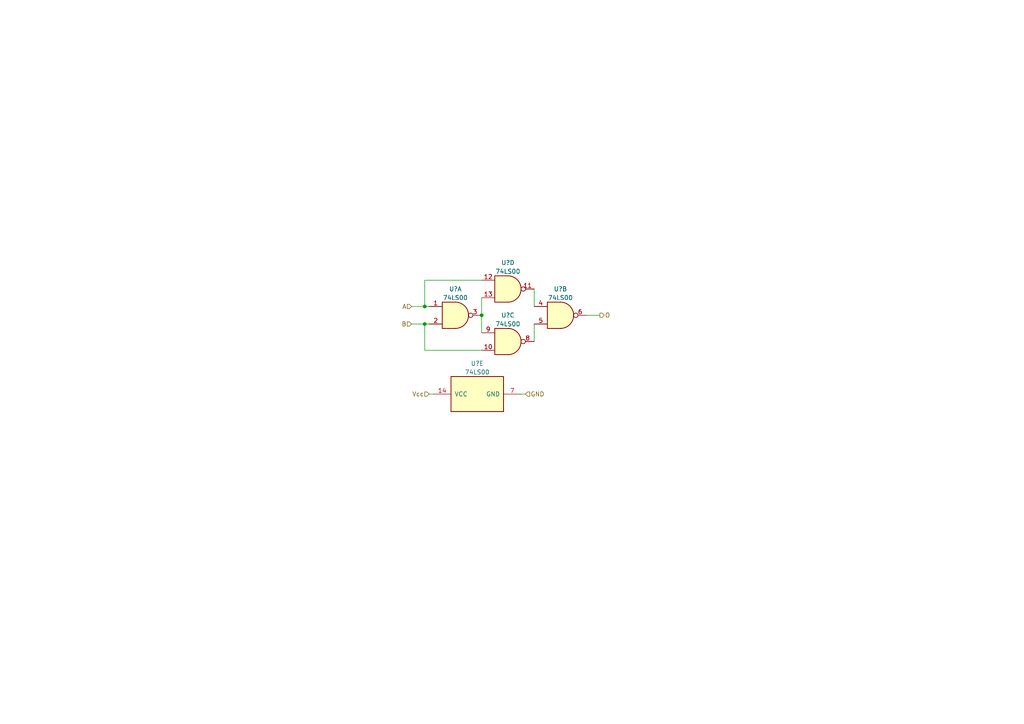
<source format=kicad_sch>
(kicad_sch (version 20230121) (generator eeschema)
  (paper "A4")
  (lib_symbols
    (symbol "74xx:74LS00" (pin_names (offset 1.016))
      (property "Reference" "U" (at 0 1.27 0))
      (property "Value" "74LS00" (at 0 -1.27 0))
      (symbol "74LS00_1_1"
        (arc (start 0 -3.81) (mid 3.7934 0) (end 0 3.81) (stroke (width 0.254)) (fill (type background)))
        (polyline (pts (xy 0 3.81) (xy -3.81 3.81) (xy -3.81 -3.81) (xy 0 -3.81)) (stroke (width 0.254)) (fill (type background)))
        (pin input line (at -7.62 2.54 0) (length 3.81) (name "~") (number "1"))
        (pin input line (at -7.62 -2.54 0) (length 3.81) (name "~") (number "2"))
        (pin output inverted (at 7.62 0 180) (length 3.81) (name "~") (number "3"))
      )
      (symbol "74LS00_1_2"
        (arc (start -3.81 -3.81) (mid -2.589 0) (end -3.81 3.81) (stroke (width 0.254)))
        (arc (start -0.6096 -3.81) (mid 2.1842 -2.5851) (end 3.81 0) (stroke (width 0.254)) (fill (type background)))
        (polyline (pts (xy -3.81 -3.81) (xy -0.635 -3.81)) (stroke (width 0.254)) (fill (type background)))
        (polyline (pts (xy -3.81 3.81) (xy -0.635 3.81)) (stroke (width 0.254)) (fill (type background)))
        (polyline (pts (xy -0.635 3.81) (xy -3.81 3.81) (xy -3.81 3.81) (xy -3.556 3.4036) (xy -3.0226 2.2606) (xy -2.6924 1.0414) (xy -2.6162 -0.254) (xy -2.7686 -1.4986) (xy -3.175 -2.7178) (xy -3.81 -3.81) (xy -3.81 -3.81) (xy -0.635 -3.81)) (stroke (width -25.4)) (fill (type background)))
        (arc (start 3.81 0) (mid 2.1915 2.5936) (end -0.6096 3.81) (stroke (width 0.254)) (fill (type background)))
        (pin input inverted (at -7.62 2.54 0) (length 4.318) (name "~") (number "1"))
        (pin input inverted (at -7.62 -2.54 0) (length 4.318) (name "~") (number "2"))
        (pin output line (at 7.62 0 180) (length 3.81) (name "~") (number "3"))
      )
      (symbol "74LS00_2_1"
        (arc (start 0 -3.81) (mid 3.7934 0) (end 0 3.81) (stroke (width 0.254)) (fill (type background)))
        (polyline (pts (xy 0 3.81) (xy -3.81 3.81) (xy -3.81 -3.81) (xy 0 -3.81)) (stroke (width 0.254)) (fill (type background)))
        (pin input line (at -7.62 2.54 0) (length 3.81) (name "~") (number "4"))
        (pin input line (at -7.62 -2.54 0) (length 3.81) (name "~") (number "5"))
        (pin output inverted (at 7.62 0 180) (length 3.81) (name "~") (number "6"))
      )
      (symbol "74LS00_2_2"
        (arc (start -3.81 -3.81) (mid -2.589 0) (end -3.81 3.81) (stroke (width 0.254)))
        (arc (start -0.6096 -3.81) (mid 2.1842 -2.5851) (end 3.81 0) (stroke (width 0.254)) (fill (type background)))
        (polyline (pts (xy -3.81 -3.81) (xy -0.635 -3.81)) (stroke (width 0.254)) (fill (type background)))
        (polyline (pts (xy -3.81 3.81) (xy -0.635 3.81)) (stroke (width 0.254)) (fill (type background)))
        (polyline (pts (xy -0.635 3.81) (xy -3.81 3.81) (xy -3.81 3.81) (xy -3.556 3.4036) (xy -3.0226 2.2606) (xy -2.6924 1.0414) (xy -2.6162 -0.254) (xy -2.7686 -1.4986) (xy -3.175 -2.7178) (xy -3.81 -3.81) (xy -3.81 -3.81) (xy -0.635 -3.81)) (stroke (width -25.4)) (fill (type background)))
        (arc (start 3.81 0) (mid 2.1915 2.5936) (end -0.6096 3.81) (stroke (width 0.254)) (fill (type background)))
        (pin input inverted (at -7.62 2.54 0) (length 4.318) (name "~") (number "4"))
        (pin input inverted (at -7.62 -2.54 0) (length 4.318) (name "~") (number "5"))
        (pin output line (at 7.62 0 180) (length 3.81) (name "~") (number "6"))
      )
      (symbol "74LS00_3_1"
        (arc (start 0 -3.81) (mid 3.7934 0) (end 0 3.81) (stroke (width 0.254)) (fill (type background)))
        (polyline (pts (xy 0 3.81) (xy -3.81 3.81) (xy -3.81 -3.81) (xy 0 -3.81)) (stroke (width 0.254)) (fill (type background)))
        (pin input line (at -7.62 -2.54 0) (length 3.81) (name "~") (number "10"))
        (pin output inverted (at 7.62 0 180) (length 3.81) (name "~") (number "8"))
        (pin input line (at -7.62 2.54 0) (length 3.81) (name "~") (number "9"))
      )
      (symbol "74LS00_3_2"
        (arc (start -3.81 -3.81) (mid -2.589 0) (end -3.81 3.81) (stroke (width 0.254)))
        (arc (start -0.6096 -3.81) (mid 2.1842 -2.5851) (end 3.81 0) (stroke (width 0.254)) (fill (type background)))
        (polyline (pts (xy -3.81 -3.81) (xy -0.635 -3.81)) (stroke (width 0.254)) (fill (type background)))
        (polyline (pts (xy -3.81 3.81) (xy -0.635 3.81)) (stroke (width 0.254)) (fill (type background)))
        (polyline (pts (xy -0.635 3.81) (xy -3.81 3.81) (xy -3.81 3.81) (xy -3.556 3.4036) (xy -3.0226 2.2606) (xy -2.6924 1.0414) (xy -2.6162 -0.254) (xy -2.7686 -1.4986) (xy -3.175 -2.7178) (xy -3.81 -3.81) (xy -3.81 -3.81) (xy -0.635 -3.81)) (stroke (width -25.4)) (fill (type background)))
        (arc (start 3.81 0) (mid 2.1915 2.5936) (end -0.6096 3.81) (stroke (width 0.254)) (fill (type background)))
        (pin input inverted (at -7.62 -2.54 0) (length 4.318) (name "~") (number "10"))
        (pin output line (at 7.62 0 180) (length 3.81) (name "~") (number "8"))
        (pin input inverted (at -7.62 2.54 0) (length 4.318) (name "~") (number "9"))
      )
      (symbol "74LS00_4_1"
        (arc (start 0 -3.81) (mid 3.7934 0) (end 0 3.81) (stroke (width 0.254)) (fill (type background)))
        (polyline (pts (xy 0 3.81) (xy -3.81 3.81) (xy -3.81 -3.81) (xy 0 -3.81)) (stroke (width 0.254)) (fill (type background)))
        (pin output inverted (at 7.62 0 180) (length 3.81) (name "~") (number "11"))
        (pin input line (at -7.62 2.54 0) (length 3.81) (name "~") (number "12"))
        (pin input line (at -7.62 -2.54 0) (length 3.81) (name "~") (number "13"))
      )
      (symbol "74LS00_4_2"
        (arc (start -3.81 -3.81) (mid -2.589 0) (end -3.81 3.81) (stroke (width 0.254)))
        (arc (start -0.6096 -3.81) (mid 2.1842 -2.5851) (end 3.81 0) (stroke (width 0.254)) (fill (type background)))
        (polyline (pts (xy -3.81 -3.81) (xy -0.635 -3.81)) (stroke (width 0.254)) (fill (type background)))
        (polyline (pts (xy -3.81 3.81) (xy -0.635 3.81)) (stroke (width 0.254)) (fill (type background)))
        (polyline (pts (xy -0.635 3.81) (xy -3.81 3.81) (xy -3.81 3.81) (xy -3.556 3.4036) (xy -3.0226 2.2606) (xy -2.6924 1.0414) (xy -2.6162 -0.254) (xy -2.7686 -1.4986) (xy -3.175 -2.7178) (xy -3.81 -3.81) (xy -3.81 -3.81) (xy -0.635 -3.81)) (stroke (width -25.4)) (fill (type background)))
        (arc (start 3.81 0) (mid 2.1915 2.5936) (end -0.6096 3.81) (stroke (width 0.254)) (fill (type background)))
        (pin output line (at 7.62 0 180) (length 3.81) (name "~") (number "11"))
        (pin input inverted (at -7.62 2.54 0) (length 4.318) (name "~") (number "12"))
        (pin input inverted (at -7.62 -2.54 0) (length 4.318) (name "~") (number "13"))
      )
      (symbol "74LS00_5_0"
        (pin power_in line (at 0 12.7 270) (length 5.08) (name "VCC") (number "14"))
        (pin power_in line (at 0 -12.7 90) (length 5.08) (name "GND") (number "7"))
      )
      (symbol "74LS00_5_1"
        (rectangle (start -5.08 7.62) (end 5.08 -7.62) (stroke (width 0.254)) (fill (type background)))
      )
    )
  )
  (junction (at 123.19 93.98))
  (junction (at 139.7 91.44))
  (junction (at 123.19 88.9))
  (wire (pts (xy 139.7 91.44) (xy 139.7 96.52)))
  (wire (pts (xy 123.19 88.9) (xy 124.46 88.9)))
  (wire (pts (xy 154.94 83.82) (xy 154.94 88.9)))
  (wire (pts (xy 123.19 93.98) (xy 123.19 101.6)))
  (wire (pts (xy 119.38 93.98) (xy 123.19 93.98)))
  (wire (pts (xy 119.38 88.9) (xy 123.19 88.9)))
  (wire (pts (xy 173.99 91.44) (xy 170.18 91.44)))
  (wire (pts (xy 152.4 114.3) (xy 151.13 114.3)))
  (wire (pts (xy 139.7 86.36) (xy 139.7 91.44)))
  (wire (pts (xy 123.19 93.98) (xy 124.46 93.98)))
  (wire (pts (xy 154.94 93.98) (xy 154.94 99.06)))
  (wire (pts (xy 124.46 114.3) (xy 125.73 114.3)))
  (wire (pts (xy 123.19 81.28) (xy 123.19 88.9)))
  (wire (pts (xy 139.7 101.6) (xy 123.19 101.6)))
  (wire (pts (xy 139.7 81.28) (xy 123.19 81.28)))
  (hierarchical_label "GND" (shape input) (at 152.4 114.3 0))
  (hierarchical_label "O" (shape output) (at 173.99 91.44 0))
  (hierarchical_label "B" (shape input) (at 119.38 93.98 180))
  (hierarchical_label "Vcc" (shape input) (at 124.46 114.3 180))
  (hierarchical_label "A" (shape input) (at 119.38 88.9 180))
  (symbol (lib_id "74xx:74LS00") (at 132.08 91.44 0) (unit 1)
    (property "Reference" "U?" (at 132.0717 83.82 0))
    (property "Value" "74LS00" (at 132.0717 86.36 0))
    (property "Footprint" "Package_DIP:DIP-14_W7.62mm_Socket_LongPads" (effects hide))
    (property "Datasheet" "http://www.ti.com/lit/gpn/sn74ls00" (effects hide))
    (instances (project "dragstar-infotainment" (path "" (reference "U?") (unit 1)) (path "" (reference "U2") (unit 1))))
  )
  (symbol (lib_id "74xx:74LS00") (at 138.43 114.3 90) (unit 5)
    (property "Reference" "U?" (at 138.43 105.41 90))
    (property "Value" "74LS00" (at 138.43 107.95 90))
    (property "Footprint" "Package_DIP:DIP-14_W7.62mm_Socket_LongPads" (effects hide))
    (property "Datasheet" "http://www.ti.com/lit/gpn/sn74ls00" (effects hide))
    (instances (project "dragstar-infotainment" (path "" (reference "U?") (unit 5)) (path "" (reference "U2") (unit 5))))
  )
  (symbol (lib_id "74xx:74LS00") (at 147.32 83.82 0) (unit 4)
    (property "Reference" "U?" (at 147.3117 76.2 0))
    (property "Value" "74LS00" (at 147.3117 78.74 0))
    (property "Footprint" "Package_DIP:DIP-14_W7.62mm_Socket_LongPads" (effects hide))
    (property "Datasheet" "http://www.ti.com/lit/gpn/sn74ls00" (effects hide))
    (instances (project "dragstar-infotainment" (path "" (reference "U?") (unit 4)) (path "" (reference "U2") (unit 4))))
  )
  (symbol (lib_id "74xx:74LS00") (at 162.56 91.44 0) (unit 2)
    (property "Reference" "U?" (at 162.5517 83.82 0))
    (property "Value" "74LS00" (at 162.5517 86.36 0))
    (property "Footprint" "Package_DIP:DIP-14_W7.62mm_Socket_LongPads" (effects hide))
    (property "Datasheet" "http://www.ti.com/lit/gpn/sn74ls00" (effects hide))
    (instances (project "dragstar-infotainment" (path "" (reference "U?") (unit 2)) (path "" (reference "U2") (unit 2))))
  )
  (symbol (lib_id "74xx:74LS00") (at 147.32 99.06 0) (unit 3)
    (property "Reference" "U?" (at 147.3117 91.44 0))
    (property "Value" "74LS00" (at 147.3117 93.98 0))
    (property "Footprint" "Package_DIP:DIP-14_W7.62mm_Socket_LongPads" (effects hide))
    (property "Datasheet" "http://www.ti.com/lit/gpn/sn74ls00" (effects hide))
    (instances (project "dragstar-infotainment" (path "" (reference "U?") (unit 3)) (path "" (reference "U2") (unit 3))))
  )
)
</source>
